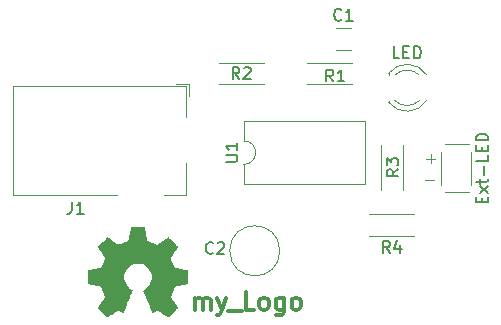
<source format=gbr>
%TF.GenerationSoftware,KiCad,Pcbnew,8.0.5*%
%TF.CreationDate,2025-01-05T00:34:36+01:00*%
%TF.ProjectId,my_Project1,6d795f50-726f-46a6-9563-74312e6b6963,rev?*%
%TF.SameCoordinates,Original*%
%TF.FileFunction,Legend,Top*%
%TF.FilePolarity,Positive*%
%FSLAX46Y46*%
G04 Gerber Fmt 4.6, Leading zero omitted, Abs format (unit mm)*
G04 Created by KiCad (PCBNEW 8.0.5) date 2025-01-05 00:34:36*
%MOMM*%
%LPD*%
G01*
G04 APERTURE LIST*
%ADD10C,0.100000*%
%ADD11C,0.300000*%
%ADD12C,0.150000*%
%ADD13C,0.000000*%
%ADD14C,0.120000*%
G04 APERTURE END LIST*
D10*
X96603884Y-81491466D02*
X97365789Y-81491466D01*
X96703884Y-79691466D02*
X97465789Y-79691466D01*
X97084836Y-80072419D02*
X97084836Y-79310514D01*
D11*
X77171428Y-92478328D02*
X77171428Y-91478328D01*
X77171428Y-91621185D02*
X77242857Y-91549757D01*
X77242857Y-91549757D02*
X77385714Y-91478328D01*
X77385714Y-91478328D02*
X77600000Y-91478328D01*
X77600000Y-91478328D02*
X77742857Y-91549757D01*
X77742857Y-91549757D02*
X77814286Y-91692614D01*
X77814286Y-91692614D02*
X77814286Y-92478328D01*
X77814286Y-91692614D02*
X77885714Y-91549757D01*
X77885714Y-91549757D02*
X78028571Y-91478328D01*
X78028571Y-91478328D02*
X78242857Y-91478328D01*
X78242857Y-91478328D02*
X78385714Y-91549757D01*
X78385714Y-91549757D02*
X78457143Y-91692614D01*
X78457143Y-91692614D02*
X78457143Y-92478328D01*
X79028571Y-91478328D02*
X79385714Y-92478328D01*
X79742857Y-91478328D02*
X79385714Y-92478328D01*
X79385714Y-92478328D02*
X79242857Y-92835471D01*
X79242857Y-92835471D02*
X79171428Y-92906900D01*
X79171428Y-92906900D02*
X79028571Y-92978328D01*
X79957143Y-92621185D02*
X81100000Y-92621185D01*
X82171428Y-92478328D02*
X81457142Y-92478328D01*
X81457142Y-92478328D02*
X81457142Y-90978328D01*
X82885714Y-92478328D02*
X82742857Y-92406900D01*
X82742857Y-92406900D02*
X82671428Y-92335471D01*
X82671428Y-92335471D02*
X82600000Y-92192614D01*
X82600000Y-92192614D02*
X82600000Y-91764042D01*
X82600000Y-91764042D02*
X82671428Y-91621185D01*
X82671428Y-91621185D02*
X82742857Y-91549757D01*
X82742857Y-91549757D02*
X82885714Y-91478328D01*
X82885714Y-91478328D02*
X83100000Y-91478328D01*
X83100000Y-91478328D02*
X83242857Y-91549757D01*
X83242857Y-91549757D02*
X83314286Y-91621185D01*
X83314286Y-91621185D02*
X83385714Y-91764042D01*
X83385714Y-91764042D02*
X83385714Y-92192614D01*
X83385714Y-92192614D02*
X83314286Y-92335471D01*
X83314286Y-92335471D02*
X83242857Y-92406900D01*
X83242857Y-92406900D02*
X83100000Y-92478328D01*
X83100000Y-92478328D02*
X82885714Y-92478328D01*
X84671429Y-91478328D02*
X84671429Y-92692614D01*
X84671429Y-92692614D02*
X84600000Y-92835471D01*
X84600000Y-92835471D02*
X84528571Y-92906900D01*
X84528571Y-92906900D02*
X84385714Y-92978328D01*
X84385714Y-92978328D02*
X84171429Y-92978328D01*
X84171429Y-92978328D02*
X84028571Y-92906900D01*
X84671429Y-92406900D02*
X84528571Y-92478328D01*
X84528571Y-92478328D02*
X84242857Y-92478328D01*
X84242857Y-92478328D02*
X84100000Y-92406900D01*
X84100000Y-92406900D02*
X84028571Y-92335471D01*
X84028571Y-92335471D02*
X83957143Y-92192614D01*
X83957143Y-92192614D02*
X83957143Y-91764042D01*
X83957143Y-91764042D02*
X84028571Y-91621185D01*
X84028571Y-91621185D02*
X84100000Y-91549757D01*
X84100000Y-91549757D02*
X84242857Y-91478328D01*
X84242857Y-91478328D02*
X84528571Y-91478328D01*
X84528571Y-91478328D02*
X84671429Y-91549757D01*
X85600000Y-92478328D02*
X85457143Y-92406900D01*
X85457143Y-92406900D02*
X85385714Y-92335471D01*
X85385714Y-92335471D02*
X85314286Y-92192614D01*
X85314286Y-92192614D02*
X85314286Y-91764042D01*
X85314286Y-91764042D02*
X85385714Y-91621185D01*
X85385714Y-91621185D02*
X85457143Y-91549757D01*
X85457143Y-91549757D02*
X85600000Y-91478328D01*
X85600000Y-91478328D02*
X85814286Y-91478328D01*
X85814286Y-91478328D02*
X85957143Y-91549757D01*
X85957143Y-91549757D02*
X86028572Y-91621185D01*
X86028572Y-91621185D02*
X86100000Y-91764042D01*
X86100000Y-91764042D02*
X86100000Y-92192614D01*
X86100000Y-92192614D02*
X86028572Y-92335471D01*
X86028572Y-92335471D02*
X85957143Y-92406900D01*
X85957143Y-92406900D02*
X85814286Y-92478328D01*
X85814286Y-92478328D02*
X85600000Y-92478328D01*
D12*
X101431009Y-83380952D02*
X101431009Y-83047619D01*
X101954819Y-82904762D02*
X101954819Y-83380952D01*
X101954819Y-83380952D02*
X100954819Y-83380952D01*
X100954819Y-83380952D02*
X100954819Y-82904762D01*
X101954819Y-82571428D02*
X101288152Y-82047619D01*
X101288152Y-82571428D02*
X101954819Y-82047619D01*
X101288152Y-81809523D02*
X101288152Y-81428571D01*
X100954819Y-81666666D02*
X101811961Y-81666666D01*
X101811961Y-81666666D02*
X101907200Y-81619047D01*
X101907200Y-81619047D02*
X101954819Y-81523809D01*
X101954819Y-81523809D02*
X101954819Y-81428571D01*
X101573866Y-81095237D02*
X101573866Y-80333333D01*
X101954819Y-79380952D02*
X101954819Y-79857142D01*
X101954819Y-79857142D02*
X100954819Y-79857142D01*
X101431009Y-79047618D02*
X101431009Y-78714285D01*
X101954819Y-78571428D02*
X101954819Y-79047618D01*
X101954819Y-79047618D02*
X100954819Y-79047618D01*
X100954819Y-79047618D02*
X100954819Y-78571428D01*
X101954819Y-78142856D02*
X100954819Y-78142856D01*
X100954819Y-78142856D02*
X100954819Y-77904761D01*
X100954819Y-77904761D02*
X101002438Y-77761904D01*
X101002438Y-77761904D02*
X101097676Y-77666666D01*
X101097676Y-77666666D02*
X101192914Y-77619047D01*
X101192914Y-77619047D02*
X101383390Y-77571428D01*
X101383390Y-77571428D02*
X101526247Y-77571428D01*
X101526247Y-77571428D02*
X101716723Y-77619047D01*
X101716723Y-77619047D02*
X101811961Y-77666666D01*
X101811961Y-77666666D02*
X101907200Y-77761904D01*
X101907200Y-77761904D02*
X101954819Y-77904761D01*
X101954819Y-77904761D02*
X101954819Y-78142856D01*
X79724819Y-79951904D02*
X80534342Y-79951904D01*
X80534342Y-79951904D02*
X80629580Y-79904285D01*
X80629580Y-79904285D02*
X80677200Y-79856666D01*
X80677200Y-79856666D02*
X80724819Y-79761428D01*
X80724819Y-79761428D02*
X80724819Y-79570952D01*
X80724819Y-79570952D02*
X80677200Y-79475714D01*
X80677200Y-79475714D02*
X80629580Y-79428095D01*
X80629580Y-79428095D02*
X80534342Y-79380476D01*
X80534342Y-79380476D02*
X79724819Y-79380476D01*
X80724819Y-78380476D02*
X80724819Y-78951904D01*
X80724819Y-78666190D02*
X79724819Y-78666190D01*
X79724819Y-78666190D02*
X79867676Y-78761428D01*
X79867676Y-78761428D02*
X79962914Y-78856666D01*
X79962914Y-78856666D02*
X80010533Y-78951904D01*
X93633333Y-87674819D02*
X93300000Y-87198628D01*
X93061905Y-87674819D02*
X93061905Y-86674819D01*
X93061905Y-86674819D02*
X93442857Y-86674819D01*
X93442857Y-86674819D02*
X93538095Y-86722438D01*
X93538095Y-86722438D02*
X93585714Y-86770057D01*
X93585714Y-86770057D02*
X93633333Y-86865295D01*
X93633333Y-86865295D02*
X93633333Y-87008152D01*
X93633333Y-87008152D02*
X93585714Y-87103390D01*
X93585714Y-87103390D02*
X93538095Y-87151009D01*
X93538095Y-87151009D02*
X93442857Y-87198628D01*
X93442857Y-87198628D02*
X93061905Y-87198628D01*
X94490476Y-87008152D02*
X94490476Y-87674819D01*
X94252381Y-86627200D02*
X94014286Y-87341485D01*
X94014286Y-87341485D02*
X94633333Y-87341485D01*
X94354819Y-80606666D02*
X93878628Y-80939999D01*
X94354819Y-81178094D02*
X93354819Y-81178094D01*
X93354819Y-81178094D02*
X93354819Y-80797142D01*
X93354819Y-80797142D02*
X93402438Y-80701904D01*
X93402438Y-80701904D02*
X93450057Y-80654285D01*
X93450057Y-80654285D02*
X93545295Y-80606666D01*
X93545295Y-80606666D02*
X93688152Y-80606666D01*
X93688152Y-80606666D02*
X93783390Y-80654285D01*
X93783390Y-80654285D02*
X93831009Y-80701904D01*
X93831009Y-80701904D02*
X93878628Y-80797142D01*
X93878628Y-80797142D02*
X93878628Y-81178094D01*
X93354819Y-80273332D02*
X93354819Y-79654285D01*
X93354819Y-79654285D02*
X93735771Y-79987618D01*
X93735771Y-79987618D02*
X93735771Y-79844761D01*
X93735771Y-79844761D02*
X93783390Y-79749523D01*
X93783390Y-79749523D02*
X93831009Y-79701904D01*
X93831009Y-79701904D02*
X93926247Y-79654285D01*
X93926247Y-79654285D02*
X94164342Y-79654285D01*
X94164342Y-79654285D02*
X94259580Y-79701904D01*
X94259580Y-79701904D02*
X94307200Y-79749523D01*
X94307200Y-79749523D02*
X94354819Y-79844761D01*
X94354819Y-79844761D02*
X94354819Y-80130475D01*
X94354819Y-80130475D02*
X94307200Y-80225713D01*
X94307200Y-80225713D02*
X94259580Y-80273332D01*
X80893333Y-72954819D02*
X80560000Y-72478628D01*
X80321905Y-72954819D02*
X80321905Y-71954819D01*
X80321905Y-71954819D02*
X80702857Y-71954819D01*
X80702857Y-71954819D02*
X80798095Y-72002438D01*
X80798095Y-72002438D02*
X80845714Y-72050057D01*
X80845714Y-72050057D02*
X80893333Y-72145295D01*
X80893333Y-72145295D02*
X80893333Y-72288152D01*
X80893333Y-72288152D02*
X80845714Y-72383390D01*
X80845714Y-72383390D02*
X80798095Y-72431009D01*
X80798095Y-72431009D02*
X80702857Y-72478628D01*
X80702857Y-72478628D02*
X80321905Y-72478628D01*
X81274286Y-72050057D02*
X81321905Y-72002438D01*
X81321905Y-72002438D02*
X81417143Y-71954819D01*
X81417143Y-71954819D02*
X81655238Y-71954819D01*
X81655238Y-71954819D02*
X81750476Y-72002438D01*
X81750476Y-72002438D02*
X81798095Y-72050057D01*
X81798095Y-72050057D02*
X81845714Y-72145295D01*
X81845714Y-72145295D02*
X81845714Y-72240533D01*
X81845714Y-72240533D02*
X81798095Y-72383390D01*
X81798095Y-72383390D02*
X81226667Y-72954819D01*
X81226667Y-72954819D02*
X81845714Y-72954819D01*
X88833333Y-73154819D02*
X88500000Y-72678628D01*
X88261905Y-73154819D02*
X88261905Y-72154819D01*
X88261905Y-72154819D02*
X88642857Y-72154819D01*
X88642857Y-72154819D02*
X88738095Y-72202438D01*
X88738095Y-72202438D02*
X88785714Y-72250057D01*
X88785714Y-72250057D02*
X88833333Y-72345295D01*
X88833333Y-72345295D02*
X88833333Y-72488152D01*
X88833333Y-72488152D02*
X88785714Y-72583390D01*
X88785714Y-72583390D02*
X88738095Y-72631009D01*
X88738095Y-72631009D02*
X88642857Y-72678628D01*
X88642857Y-72678628D02*
X88261905Y-72678628D01*
X89785714Y-73154819D02*
X89214286Y-73154819D01*
X89500000Y-73154819D02*
X89500000Y-72154819D01*
X89500000Y-72154819D02*
X89404762Y-72297676D01*
X89404762Y-72297676D02*
X89309524Y-72392914D01*
X89309524Y-72392914D02*
X89214286Y-72440533D01*
X66716666Y-83347319D02*
X66716666Y-84061604D01*
X66716666Y-84061604D02*
X66669047Y-84204461D01*
X66669047Y-84204461D02*
X66573809Y-84299700D01*
X66573809Y-84299700D02*
X66430952Y-84347319D01*
X66430952Y-84347319D02*
X66335714Y-84347319D01*
X67716666Y-84347319D02*
X67145238Y-84347319D01*
X67430952Y-84347319D02*
X67430952Y-83347319D01*
X67430952Y-83347319D02*
X67335714Y-83490176D01*
X67335714Y-83490176D02*
X67240476Y-83585414D01*
X67240476Y-83585414D02*
X67145238Y-83633033D01*
X94452142Y-71194819D02*
X93975952Y-71194819D01*
X93975952Y-71194819D02*
X93975952Y-70194819D01*
X94785476Y-70671009D02*
X95118809Y-70671009D01*
X95261666Y-71194819D02*
X94785476Y-71194819D01*
X94785476Y-71194819D02*
X94785476Y-70194819D01*
X94785476Y-70194819D02*
X95261666Y-70194819D01*
X95690238Y-71194819D02*
X95690238Y-70194819D01*
X95690238Y-70194819D02*
X95928333Y-70194819D01*
X95928333Y-70194819D02*
X96071190Y-70242438D01*
X96071190Y-70242438D02*
X96166428Y-70337676D01*
X96166428Y-70337676D02*
X96214047Y-70432914D01*
X96214047Y-70432914D02*
X96261666Y-70623390D01*
X96261666Y-70623390D02*
X96261666Y-70766247D01*
X96261666Y-70766247D02*
X96214047Y-70956723D01*
X96214047Y-70956723D02*
X96166428Y-71051961D01*
X96166428Y-71051961D02*
X96071190Y-71147200D01*
X96071190Y-71147200D02*
X95928333Y-71194819D01*
X95928333Y-71194819D02*
X95690238Y-71194819D01*
X78683333Y-87659580D02*
X78635714Y-87707200D01*
X78635714Y-87707200D02*
X78492857Y-87754819D01*
X78492857Y-87754819D02*
X78397619Y-87754819D01*
X78397619Y-87754819D02*
X78254762Y-87707200D01*
X78254762Y-87707200D02*
X78159524Y-87611961D01*
X78159524Y-87611961D02*
X78111905Y-87516723D01*
X78111905Y-87516723D02*
X78064286Y-87326247D01*
X78064286Y-87326247D02*
X78064286Y-87183390D01*
X78064286Y-87183390D02*
X78111905Y-86992914D01*
X78111905Y-86992914D02*
X78159524Y-86897676D01*
X78159524Y-86897676D02*
X78254762Y-86802438D01*
X78254762Y-86802438D02*
X78397619Y-86754819D01*
X78397619Y-86754819D02*
X78492857Y-86754819D01*
X78492857Y-86754819D02*
X78635714Y-86802438D01*
X78635714Y-86802438D02*
X78683333Y-86850057D01*
X79064286Y-86850057D02*
X79111905Y-86802438D01*
X79111905Y-86802438D02*
X79207143Y-86754819D01*
X79207143Y-86754819D02*
X79445238Y-86754819D01*
X79445238Y-86754819D02*
X79540476Y-86802438D01*
X79540476Y-86802438D02*
X79588095Y-86850057D01*
X79588095Y-86850057D02*
X79635714Y-86945295D01*
X79635714Y-86945295D02*
X79635714Y-87040533D01*
X79635714Y-87040533D02*
X79588095Y-87183390D01*
X79588095Y-87183390D02*
X79016667Y-87754819D01*
X79016667Y-87754819D02*
X79635714Y-87754819D01*
X89533333Y-67909580D02*
X89485714Y-67957200D01*
X89485714Y-67957200D02*
X89342857Y-68004819D01*
X89342857Y-68004819D02*
X89247619Y-68004819D01*
X89247619Y-68004819D02*
X89104762Y-67957200D01*
X89104762Y-67957200D02*
X89009524Y-67861961D01*
X89009524Y-67861961D02*
X88961905Y-67766723D01*
X88961905Y-67766723D02*
X88914286Y-67576247D01*
X88914286Y-67576247D02*
X88914286Y-67433390D01*
X88914286Y-67433390D02*
X88961905Y-67242914D01*
X88961905Y-67242914D02*
X89009524Y-67147676D01*
X89009524Y-67147676D02*
X89104762Y-67052438D01*
X89104762Y-67052438D02*
X89247619Y-67004819D01*
X89247619Y-67004819D02*
X89342857Y-67004819D01*
X89342857Y-67004819D02*
X89485714Y-67052438D01*
X89485714Y-67052438D02*
X89533333Y-67100057D01*
X90485714Y-68004819D02*
X89914286Y-68004819D01*
X90200000Y-68004819D02*
X90200000Y-67004819D01*
X90200000Y-67004819D02*
X90104762Y-67147676D01*
X90104762Y-67147676D02*
X90009524Y-67242914D01*
X90009524Y-67242914D02*
X89914286Y-67290533D01*
D13*
%TO.C,my_Logo*%
G36*
X72429431Y-85500557D02*
G01*
X72544900Y-85501429D01*
X72648536Y-85502768D01*
X72737144Y-85504510D01*
X72807531Y-85506587D01*
X72856504Y-85508934D01*
X72880870Y-85511486D01*
X72882707Y-85512125D01*
X72889953Y-85528997D01*
X72901583Y-85572068D01*
X72917173Y-85639373D01*
X72936301Y-85728946D01*
X72958546Y-85838821D01*
X72983485Y-85967033D01*
X73005571Y-86084056D01*
X73028772Y-86207090D01*
X73050847Y-86321443D01*
X73071162Y-86424040D01*
X73089086Y-86511805D01*
X73103988Y-86581661D01*
X73115235Y-86630533D01*
X73122195Y-86655344D01*
X73123403Y-86657688D01*
X73140968Y-86667636D01*
X73180628Y-86686041D01*
X73238348Y-86711275D01*
X73310096Y-86741706D01*
X73391839Y-86775704D01*
X73479545Y-86811639D01*
X73569181Y-86847880D01*
X73656714Y-86882796D01*
X73738111Y-86914758D01*
X73809339Y-86942135D01*
X73866366Y-86963296D01*
X73905159Y-86976611D01*
X73921685Y-86980449D01*
X73921706Y-86980441D01*
X73936637Y-86971242D01*
X73972452Y-86947606D01*
X74026514Y-86911319D01*
X74096188Y-86864166D01*
X74178837Y-86807932D01*
X74271825Y-86744403D01*
X74372515Y-86675364D01*
X74396897Y-86658611D01*
X74499341Y-86588631D01*
X74595131Y-86524034D01*
X74681570Y-86466577D01*
X74755960Y-86418016D01*
X74815605Y-86380108D01*
X74857807Y-86354609D01*
X74879869Y-86343275D01*
X74881795Y-86342857D01*
X74897884Y-86352732D01*
X74931053Y-86380575D01*
X74978627Y-86423712D01*
X75037934Y-86479466D01*
X75106298Y-86545164D01*
X75181047Y-86618130D01*
X75259506Y-86695689D01*
X75339002Y-86775167D01*
X75416860Y-86853889D01*
X75490407Y-86929180D01*
X75556969Y-86998365D01*
X75613872Y-87058769D01*
X75658441Y-87107718D01*
X75688004Y-87142536D01*
X75699886Y-87160549D01*
X75700000Y-87161356D01*
X75692135Y-87178565D01*
X75669741Y-87216453D01*
X75634615Y-87272251D01*
X75588555Y-87343191D01*
X75533361Y-87426507D01*
X75470830Y-87519430D01*
X75402760Y-87619193D01*
X75398394Y-87625548D01*
X75329511Y-87726002D01*
X75265410Y-87819965D01*
X75207986Y-87904623D01*
X75159136Y-87977161D01*
X75120753Y-88034763D01*
X75094735Y-88074614D01*
X75082976Y-88093899D01*
X75082814Y-88094236D01*
X75080609Y-88107513D01*
X75083780Y-88129559D01*
X75093305Y-88163059D01*
X75110160Y-88210698D01*
X75135323Y-88275160D01*
X75169772Y-88359132D01*
X75214484Y-88465297D01*
X75237991Y-88520506D01*
X75283741Y-88626245D01*
X75325905Y-88720894D01*
X75363079Y-88801486D01*
X75393857Y-88865050D01*
X75416835Y-88908620D01*
X75430607Y-88929225D01*
X75431919Y-88930225D01*
X75451183Y-88935795D01*
X75495299Y-88945844D01*
X75561014Y-88959715D01*
X75645074Y-88976748D01*
X75744227Y-88996287D01*
X75855219Y-89017672D01*
X75974797Y-89040247D01*
X75987879Y-89042689D01*
X76124933Y-89068675D01*
X76245594Y-89092411D01*
X76347781Y-89113449D01*
X76429411Y-89131337D01*
X76488405Y-89145624D01*
X76522681Y-89155861D01*
X76530740Y-89160163D01*
X76533329Y-89178111D01*
X76535730Y-89221437D01*
X76537877Y-89286947D01*
X76539704Y-89371449D01*
X76541145Y-89471749D01*
X76542136Y-89584654D01*
X76542609Y-89706971D01*
X76542638Y-89737536D01*
X76542546Y-89882418D01*
X76542088Y-90001240D01*
X76541177Y-90096513D01*
X76539727Y-90170745D01*
X76537650Y-90226448D01*
X76534859Y-90266130D01*
X76531268Y-90292304D01*
X76526790Y-90307477D01*
X76522709Y-90313222D01*
X76504431Y-90319571D01*
X76461313Y-90330258D01*
X76396640Y-90344595D01*
X76313700Y-90361897D01*
X76215778Y-90381478D01*
X76106161Y-90402652D01*
X75990567Y-90424285D01*
X75860773Y-90448644D01*
X75744316Y-90471376D01*
X75643821Y-90491918D01*
X75561915Y-90509707D01*
X75501222Y-90524179D01*
X75464369Y-90534772D01*
X75454461Y-90539294D01*
X75443150Y-90557440D01*
X75423493Y-90597939D01*
X75397059Y-90656886D01*
X75365419Y-90730378D01*
X75330144Y-90814511D01*
X75292802Y-90905381D01*
X75254964Y-90999085D01*
X75218201Y-91091720D01*
X75184083Y-91179380D01*
X75154179Y-91258164D01*
X75130060Y-91324167D01*
X75113296Y-91373485D01*
X75105457Y-91402215D01*
X75105276Y-91407430D01*
X75114683Y-91422943D01*
X75138437Y-91459230D01*
X75174681Y-91513536D01*
X75221559Y-91583106D01*
X75277213Y-91665181D01*
X75339786Y-91757007D01*
X75406051Y-91853830D01*
X75473474Y-91952860D01*
X75535452Y-92045282D01*
X75590165Y-92128275D01*
X75635796Y-92199020D01*
X75670523Y-92254697D01*
X75692529Y-92292487D01*
X75700000Y-92309416D01*
X75690150Y-92325360D01*
X75662380Y-92358429D01*
X75619358Y-92405947D01*
X75563752Y-92465236D01*
X75498230Y-92533617D01*
X75425461Y-92608414D01*
X75348112Y-92686948D01*
X75268851Y-92766542D01*
X75190347Y-92844518D01*
X75115268Y-92918198D01*
X75046282Y-92984905D01*
X74986057Y-93041960D01*
X74937261Y-93086687D01*
X74902563Y-93116406D01*
X74884630Y-93128442D01*
X74883782Y-93128571D01*
X74867259Y-93120723D01*
X74830062Y-93098392D01*
X74774979Y-93063400D01*
X74704800Y-93017566D01*
X74622314Y-92962713D01*
X74530309Y-92900660D01*
X74435193Y-92835714D01*
X74336535Y-92768413D01*
X74244583Y-92706562D01*
X74162146Y-92651983D01*
X74092034Y-92606502D01*
X74037055Y-92571940D01*
X74000020Y-92550121D01*
X73983950Y-92542857D01*
X73963066Y-92549383D01*
X73922314Y-92567339D01*
X73866808Y-92594293D01*
X73801664Y-92627814D01*
X73771738Y-92643762D01*
X73699888Y-92681066D01*
X73637216Y-92710953D01*
X73588448Y-92731333D01*
X73558314Y-92740114D01*
X73553722Y-92740190D01*
X73546444Y-92736269D01*
X73536993Y-92725231D01*
X73524598Y-92705346D01*
X73508487Y-92674879D01*
X73487891Y-92632097D01*
X73462038Y-92575268D01*
X73430158Y-92502658D01*
X73391479Y-92412534D01*
X73345230Y-92303163D01*
X73290641Y-92172812D01*
X73226942Y-92019748D01*
X73153360Y-91842237D01*
X73140441Y-91811022D01*
X73076877Y-91656828D01*
X73016849Y-91510074D01*
X72961216Y-91372933D01*
X72910837Y-91247577D01*
X72866572Y-91136181D01*
X72829280Y-91040917D01*
X72799822Y-90963959D01*
X72779055Y-90907480D01*
X72767841Y-90873654D01*
X72766144Y-90864593D01*
X72780734Y-90847968D01*
X72813845Y-90819649D01*
X72860276Y-90783866D01*
X72905099Y-90751600D01*
X73023644Y-90664260D01*
X73120453Y-90581752D01*
X73200459Y-90498657D01*
X73268596Y-90409553D01*
X73329794Y-90309019D01*
X73359796Y-90251850D01*
X73426987Y-90087538D01*
X73467256Y-89917881D01*
X73481045Y-89745763D01*
X73468794Y-89574068D01*
X73430943Y-89405679D01*
X73367931Y-89243481D01*
X73280199Y-89090357D01*
X73168188Y-88949191D01*
X73159574Y-88939965D01*
X73025584Y-88817417D01*
X72875951Y-88717834D01*
X72708757Y-88640031D01*
X72628067Y-88612057D01*
X72581028Y-88598466D01*
X72536686Y-88589067D01*
X72488004Y-88583124D01*
X72427946Y-88579904D01*
X72349476Y-88578672D01*
X72307142Y-88578571D01*
X72218210Y-88579163D01*
X72150777Y-88581428D01*
X72097787Y-88586102D01*
X72052185Y-88593919D01*
X72006913Y-88605615D01*
X71985714Y-88612043D01*
X71811378Y-88680668D01*
X71653097Y-88772019D01*
X71512513Y-88884712D01*
X71391268Y-89017361D01*
X71291004Y-89168581D01*
X71263242Y-89221428D01*
X71205390Y-89353198D01*
X71167363Y-89477970D01*
X71146625Y-89606534D01*
X71140628Y-89742857D01*
X71154292Y-89925841D01*
X71194804Y-90100408D01*
X71261440Y-90264765D01*
X71353477Y-90417119D01*
X71467479Y-90552910D01*
X71518618Y-90600706D01*
X71585047Y-90656444D01*
X71658123Y-90713420D01*
X71729201Y-90764927D01*
X71789636Y-90804257D01*
X71797016Y-90808559D01*
X71829898Y-90833592D01*
X71849696Y-90860247D01*
X71850970Y-90864141D01*
X71846885Y-90882908D01*
X71832174Y-90926527D01*
X71807403Y-90993564D01*
X71773137Y-91082582D01*
X71729942Y-91192146D01*
X71678384Y-91320820D01*
X71619027Y-91467169D01*
X71552437Y-91629756D01*
X71486525Y-91789424D01*
X71423453Y-91941566D01*
X71363313Y-92086407D01*
X71307039Y-92221708D01*
X71255565Y-92345234D01*
X71209827Y-92454748D01*
X71170759Y-92548014D01*
X71139296Y-92622795D01*
X71116372Y-92676855D01*
X71102923Y-92707956D01*
X71099925Y-92714424D01*
X71076773Y-92737223D01*
X71057624Y-92742857D01*
X71035934Y-92736317D01*
X70994446Y-92718322D01*
X70938329Y-92691303D01*
X70872752Y-92657696D01*
X70842302Y-92641486D01*
X70758476Y-92597953D01*
X70692340Y-92567012D01*
X70646107Y-92549626D01*
X70623460Y-92546337D01*
X70603375Y-92555988D01*
X70563605Y-92579696D01*
X70507843Y-92615090D01*
X70439780Y-92659799D01*
X70363108Y-92711450D01*
X70314285Y-92744941D01*
X70182347Y-92835946D01*
X70071886Y-92911854D01*
X69980967Y-92973937D01*
X69907652Y-93023470D01*
X69850003Y-93061725D01*
X69806084Y-93089977D01*
X69773957Y-93109499D01*
X69751684Y-93121565D01*
X69737330Y-93127448D01*
X69730787Y-93128571D01*
X69715976Y-93118783D01*
X69683396Y-93090883D01*
X69635377Y-93047067D01*
X69574244Y-92989532D01*
X69502329Y-92920474D01*
X69421957Y-92842089D01*
X69335459Y-92756573D01*
X69318366Y-92739543D01*
X69231204Y-92652165D01*
X69150424Y-92570366D01*
X69078282Y-92496492D01*
X69017033Y-92432887D01*
X68968934Y-92381898D01*
X68936240Y-92345872D01*
X68921206Y-92327154D01*
X68920547Y-92325796D01*
X68918017Y-92317424D01*
X68917133Y-92308867D01*
X68919334Y-92297808D01*
X68926058Y-92281925D01*
X68938743Y-92258900D01*
X68958829Y-92226413D01*
X68987754Y-92182145D01*
X69026956Y-92123776D01*
X69077874Y-92048987D01*
X69141946Y-91955459D01*
X69220612Y-91840871D01*
X69227772Y-91830444D01*
X69294267Y-91733029D01*
X69355302Y-91642516D01*
X69409037Y-91561716D01*
X69453633Y-91493444D01*
X69487249Y-91440511D01*
X69508047Y-91405730D01*
X69514285Y-91392321D01*
X69509142Y-91374327D01*
X69494572Y-91333228D01*
X69471863Y-91272403D01*
X69442302Y-91195233D01*
X69407177Y-91105099D01*
X69367775Y-91005382D01*
X69348072Y-90955982D01*
X69298193Y-90832267D01*
X69257271Y-90733102D01*
X69224286Y-90656263D01*
X69198218Y-90599527D01*
X69178047Y-90560671D01*
X69162752Y-90537472D01*
X69151643Y-90527838D01*
X69130949Y-90522387D01*
X69085535Y-90512512D01*
X69018792Y-90498882D01*
X68934116Y-90482169D01*
X68834897Y-90463043D01*
X68724530Y-90442174D01*
X68615863Y-90421975D01*
X68498765Y-90400046D01*
X68390184Y-90379062D01*
X68293422Y-90359711D01*
X68211783Y-90342682D01*
X68148568Y-90328661D01*
X68107082Y-90318337D01*
X68090863Y-90312631D01*
X68085809Y-90303713D01*
X68081669Y-90284536D01*
X68078362Y-90252676D01*
X68075808Y-90205706D01*
X68073923Y-90141202D01*
X68072627Y-90056739D01*
X68071839Y-89949891D01*
X68071476Y-89818233D01*
X68071428Y-89734294D01*
X68071428Y-89172087D01*
X68103571Y-89152256D01*
X68124627Y-89145220D01*
X68170463Y-89133892D01*
X68237727Y-89118972D01*
X68323066Y-89101159D01*
X68423127Y-89081151D01*
X68534559Y-89059650D01*
X68654010Y-89037353D01*
X68657142Y-89036778D01*
X68776029Y-89014596D01*
X68886356Y-88993291D01*
X68984885Y-88973544D01*
X69068381Y-88956035D01*
X69133606Y-88941443D01*
X69177324Y-88930447D01*
X69196298Y-88923727D01*
X69196527Y-88923527D01*
X69206891Y-88905909D01*
X69226383Y-88865991D01*
X69253255Y-88807841D01*
X69285754Y-88735526D01*
X69322133Y-88653110D01*
X69360640Y-88564662D01*
X69399526Y-88474247D01*
X69437040Y-88385932D01*
X69471433Y-88303783D01*
X69500955Y-88231867D01*
X69523855Y-88174249D01*
X69538384Y-88134998D01*
X69542857Y-88118769D01*
X69535004Y-88102404D01*
X69512629Y-88065277D01*
X69477502Y-88010093D01*
X69431395Y-87939559D01*
X69376080Y-87856381D01*
X69313329Y-87763264D01*
X69244913Y-87662916D01*
X69234034Y-87647062D01*
X69164589Y-87545495D01*
X69100211Y-87450480D01*
X69042726Y-87364775D01*
X68993959Y-87291138D01*
X68955733Y-87232328D01*
X68929874Y-87191102D01*
X68918207Y-87170220D01*
X68917810Y-87169079D01*
X68919950Y-87157536D01*
X68931649Y-87138099D01*
X68954435Y-87109098D01*
X68989835Y-87068866D01*
X69039373Y-87015731D01*
X69104578Y-86948025D01*
X69186974Y-86864078D01*
X69288089Y-86762221D01*
X69308435Y-86741816D01*
X69409725Y-86640970D01*
X69500103Y-86552358D01*
X69578032Y-86477423D01*
X69641975Y-86417608D01*
X69690393Y-86374358D01*
X69721749Y-86349116D01*
X69733423Y-86342857D01*
X69750956Y-86350710D01*
X69789192Y-86373081D01*
X69845370Y-86408185D01*
X69916729Y-86454238D01*
X70000507Y-86509455D01*
X70093944Y-86572053D01*
X70194279Y-86640246D01*
X70205192Y-86647720D01*
X70306469Y-86717009D01*
X70401300Y-86781649D01*
X70486877Y-86839744D01*
X70560391Y-86889398D01*
X70619034Y-86928715D01*
X70659998Y-86955796D01*
X70680473Y-86968748D01*
X70681192Y-86969143D01*
X70693715Y-86972951D01*
X70712091Y-86972398D01*
X70739424Y-86966454D01*
X70778820Y-86954090D01*
X70833384Y-86934273D01*
X70906223Y-86905973D01*
X71000441Y-86868160D01*
X71066906Y-86841138D01*
X71184606Y-86793086D01*
X71278594Y-86754452D01*
X71351632Y-86723909D01*
X71406480Y-86700130D01*
X71445899Y-86681785D01*
X71472652Y-86667548D01*
X71489499Y-86656091D01*
X71499202Y-86646085D01*
X71504522Y-86636203D01*
X71506820Y-86629586D01*
X71511361Y-86609607D01*
X71520454Y-86564808D01*
X71533465Y-86498467D01*
X71549766Y-86413861D01*
X71568724Y-86314269D01*
X71589708Y-86202967D01*
X71612089Y-86083234D01*
X71614385Y-86070890D01*
X71637042Y-85950847D01*
X71658741Y-85839255D01*
X71678808Y-85739332D01*
X71696569Y-85654297D01*
X71711350Y-85587368D01*
X71722477Y-85541766D01*
X71729277Y-85520709D01*
X71729730Y-85520031D01*
X71738250Y-85514840D01*
X71756026Y-85510598D01*
X71785556Y-85507218D01*
X71829339Y-85504616D01*
X71889875Y-85502704D01*
X71969663Y-85501397D01*
X72071202Y-85500609D01*
X72196991Y-85500254D01*
X72305320Y-85500218D01*
X72429431Y-85500557D01*
G37*
D14*
%TO.C,Ext-LED*%
X98000000Y-81900000D02*
X98000000Y-79100000D01*
X100300000Y-82500000D02*
X98300000Y-82500000D01*
X98300000Y-78500000D02*
X100300000Y-78500000D01*
X100500000Y-79100000D02*
X100500000Y-81900000D01*
%TO.C,U1*%
X81270000Y-81840000D02*
X91550000Y-81840000D01*
X91550000Y-81840000D02*
X91550000Y-76540000D01*
X81270000Y-80190000D02*
X81270000Y-81840000D01*
X81270000Y-76540000D02*
X81270000Y-78190000D01*
X91550000Y-76540000D02*
X81270000Y-76540000D01*
X81270000Y-78190000D02*
G75*
G02*
X81270000Y-80190000I0J-1000000D01*
G01*
%TO.C,R4*%
X95720000Y-86220000D02*
X91880000Y-86220000D01*
X95720000Y-84380000D02*
X91880000Y-84380000D01*
%TO.C,R3*%
X94720000Y-78520000D02*
X94720000Y-82360000D01*
X92880000Y-78520000D02*
X92880000Y-82360000D01*
%TO.C,R2*%
X79140000Y-71580000D02*
X82980000Y-71580000D01*
X79140000Y-73420000D02*
X82980000Y-73420000D01*
%TO.C,R1*%
X86580000Y-71580000D02*
X90420000Y-71580000D01*
X86580000Y-73420000D02*
X90420000Y-73420000D01*
%TO.C,J1*%
X61700000Y-73542500D02*
X76400000Y-73542500D01*
X61700000Y-82742500D02*
X61700000Y-73542500D01*
X70500000Y-82742500D02*
X61700000Y-82742500D01*
X75550000Y-73342500D02*
X76600000Y-73342500D01*
X76400000Y-73542500D02*
X76400000Y-76142500D01*
X76400000Y-80042500D02*
X76400000Y-82742500D01*
X76400000Y-82742500D02*
X74500000Y-82742500D01*
X76600000Y-74392500D02*
X76600000Y-73342500D01*
%TO.C,LED*%
X93535000Y-72464000D02*
X93535000Y-72620000D01*
X93535000Y-74780000D02*
X93535000Y-74936000D01*
X93535000Y-72464484D02*
G75*
G02*
X96767335Y-72621392I1560000J-1235516D01*
G01*
X94054039Y-72620000D02*
G75*
G02*
X96136130Y-72620163I1040961J-1080000D01*
G01*
X96136130Y-74779837D02*
G75*
G02*
X94054039Y-74780000I-1041130J1079837D01*
G01*
X96767335Y-74778608D02*
G75*
G02*
X93535000Y-74935516I-1672335J1078608D01*
G01*
%TO.C,C2*%
X84320000Y-87500000D02*
G75*
G02*
X80080000Y-87500000I-2120000J0D01*
G01*
X80080000Y-87500000D02*
G75*
G02*
X84320000Y-87500000I2120000J0D01*
G01*
%TO.C,C1*%
X89071000Y-68680000D02*
X90329000Y-68680000D01*
X89071000Y-70520000D02*
X90329000Y-70520000D01*
%TD*%
M02*

</source>
